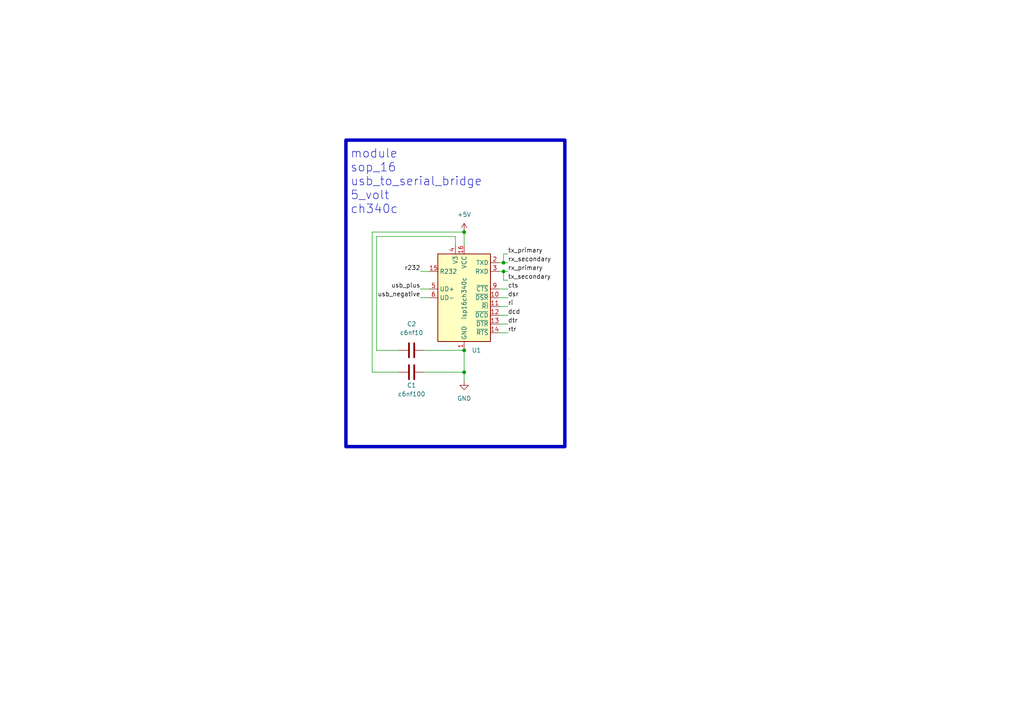
<source format=kicad_sch>
(kicad_sch (version 20230121) (generator eeschema)
  (paper "A4")
  (lib_symbols
    (symbol "oomlout_oomp_part_symbols:c6nf100_electronic_capacitor_0603_100_nano_farad" (pin_numbers hide) (pin_names (offset 0.254))
      (property "Reference" "C" (at 0.635 2.54 0))
      (property "Value" "c6nf100_electronic_capacitor_0603_100_nano_farad" (at 0.635 -2.54 0))
      (symbol "c6nf100_electronic_capacitor_0603_100_nano_farad_0_1"
        (polyline (pts (xy -2.032 -0.762) (xy 2.032 -0.762)) (stroke (width 0.508)))
        (polyline (pts (xy -2.032 0.762) (xy 2.032 0.762)) (stroke (width 0.508)))
      )
      (symbol "c6nf100_electronic_capacitor_0603_100_nano_farad_1_1"
        (pin passive line (at 0 3.81 270) (length 2.794) (name "~") (number "1"))
        (pin passive line (at 0 -3.81 90) (length 2.794) (name "~") (number "2"))
      )
    )
    (symbol "oomlout_oomp_part_symbols:c6nf10_electronic_capacitor_0603_10_nano_farad" (pin_numbers hide) (pin_names (offset 0.254))
      (property "Reference" "C" (at 0.635 2.54 0))
      (property "Value" "c6nf10_electronic_capacitor_0603_10_nano_farad" (at 0.635 -2.54 0))
      (symbol "c6nf10_electronic_capacitor_0603_10_nano_farad_0_1"
        (polyline (pts (xy -2.032 -0.762) (xy 2.032 -0.762)) (stroke (width 0.508)))
        (polyline (pts (xy -2.032 0.762) (xy 2.032 0.762)) (stroke (width 0.508)))
      )
      (symbol "c6nf10_electronic_capacitor_0603_10_nano_farad_1_1"
        (pin passive line (at 0 3.81 270) (length 2.794) (name "~") (number "1"))
        (pin passive line (at 0 -3.81 90) (length 2.794) (name "~") (number "2"))
      )
    )
    (symbol "oomlout_oomp_part_symbols:isp16ch340c_electronic_ic_sop_16_converter_usb_to_serial_converter_wch_ch340c"
      (property "Reference" "U" (at -5.08 13.97 0))
      (property "Value" "isp16ch340c_electronic_ic_sop_16_converter_usb_to_serial_converter_wch_ch340c" (at 1.27 13.97 0))
      (symbol "isp16ch340c_electronic_ic_sop_16_converter_usb_to_serial_converter_wch_ch340c_0_1"
        (rectangle (start -7.62 12.7) (end 7.62 -12.7) (stroke (width 0.254)) (fill (type background)))
      )
      (symbol "isp16ch340c_electronic_ic_sop_16_converter_usb_to_serial_converter_wch_ch340c_1_1"
        (pin power_in line (at 0 -15.24 90) (length 2.54) (name "GND") (number "1"))
        (pin input line (at 10.16 0 180) (length 2.54) (name "~{DSR}") (number "10"))
        (pin input line (at 10.16 -2.54 180) (length 2.54) (name "~{RI}") (number "11"))
        (pin input line (at 10.16 -5.08 180) (length 2.54) (name "~{DCD}") (number "12"))
        (pin output line (at 10.16 -7.62 180) (length 2.54) (name "~{DTR}") (number "13"))
        (pin output line (at 10.16 -10.16 180) (length 2.54) (name "~{RTS}") (number "14"))
        (pin input line (at -10.16 7.62 0) (length 2.54) (name "R232") (number "15"))
        (pin power_in line (at 0 15.24 270) (length 2.54) (name "VCC") (number "16"))
        (pin output line (at 10.16 10.16 180) (length 2.54) (name "TXD") (number "2"))
        (pin input line (at 10.16 7.62 180) (length 2.54) (name "RXD") (number "3"))
        (pin passive line (at -2.54 15.24 270) (length 2.54) (name "V3") (number "4"))
        (pin bidirectional line (at -10.16 2.54 0) (length 2.54) (name "UD+") (number "5"))
        (pin bidirectional line (at -10.16 0 0) (length 2.54) (name "UD-") (number "6"))
        (pin no_connect line (at -7.62 -7.62 0) (length 2.54) hide (name "NC") (number "7"))
        (pin no_connect line (at -7.62 -10.16 0) (length 2.54) hide (name "NC") (number "8"))
        (pin input line (at 10.16 2.54 180) (length 2.54) (name "~{CTS}") (number "9"))
      )
    )
    (symbol "power:+5V" (power) (pin_names (offset 0))
      (property "Value" "+5V" (at 0 3.556 0))
      (symbol "+5V_0_1"
        (polyline (pts (xy -0.762 1.27) (xy 0 2.54)))
        (polyline (pts (xy 0 0) (xy 0 2.54)))
        (polyline (pts (xy 0 2.54) (xy 0.762 1.27)))
      )
      (symbol "+5V_1_1"
        (pin power_in line (at 0 0 90) (length 0) hide (name "+5V") (number "1"))
      )
    )
    (symbol "power:GND" (power) (pin_names (offset 0))
      (property "Value" "GND" (at 0 -3.81 0))
      (symbol "GND_0_1"
        (polyline (pts (xy 0 0) (xy 0 -1.27) (xy 1.27 -1.27) (xy 0 -2.54) (xy -1.27 -1.27) (xy 0 -1.27)))
      )
      (symbol "GND_1_1"
        (pin power_in line (at 0 0 270) (length 0) hide (name "GND") (number "1"))
      )
    )
  )
  (junction (at 134.62 107.95))
  (junction (at 146.05 76.2))
  (junction (at 146.05 78.74))
  (junction (at 134.62 67.31))
  (junction (at 134.62 101.6))
  (wire (pts (xy 146.05 73.66) (xy 146.05 76.2)))
  (wire (pts (xy 123.19 107.95) (xy 134.62 107.95)))
  (wire (pts (xy 144.78 96.52) (xy 147.32 96.52)))
  (wire (pts (xy 134.62 107.95) (xy 134.62 110.49)))
  (wire (pts (xy 123.19 101.6) (xy 134.62 101.6)))
  (wire (pts (xy 144.78 83.82) (xy 147.32 83.82)))
  (wire (pts (xy 107.95 67.31) (xy 134.62 67.31)))
  (wire (pts (xy 146.05 76.2) (xy 147.32 76.2)))
  (wire (pts (xy 147.32 81.28) (xy 146.05 81.28)))
  (wire (pts (xy 132.08 71.12) (xy 132.08 68.58)))
  (wire (pts (xy 107.95 107.95) (xy 107.95 67.31)))
  (wire (pts (xy 147.32 73.66) (xy 146.05 73.66)))
  (wire (pts (xy 134.62 101.6) (xy 134.62 107.95)))
  (wire (pts (xy 144.78 86.36) (xy 147.32 86.36)))
  (wire (pts (xy 109.22 101.6) (xy 115.57 101.6)))
  (wire (pts (xy 144.78 78.74) (xy 146.05 78.74)))
  (wire (pts (xy 144.78 88.9) (xy 147.32 88.9)))
  (wire (pts (xy 121.92 83.82) (xy 124.46 83.82)))
  (wire (pts (xy 146.05 81.28) (xy 146.05 78.74)))
  (wire (pts (xy 146.05 78.74) (xy 147.32 78.74)))
  (wire (pts (xy 144.78 91.44) (xy 147.32 91.44)))
  (wire (pts (xy 134.62 67.31) (xy 134.62 71.12)))
  (wire (pts (xy 132.08 68.58) (xy 109.22 68.58)))
  (wire (pts (xy 121.92 78.74) (xy 124.46 78.74)))
  (wire (pts (xy 144.78 93.98) (xy 147.32 93.98)))
  (wire (pts (xy 121.92 86.36) (xy 124.46 86.36)))
  (wire (pts (xy 109.22 68.58) (xy 109.22 101.6)))
  (wire (pts (xy 115.57 107.95) (xy 107.95 107.95)))
  (wire (pts (xy 146.05 76.2) (xy 144.78 76.2)))
  (rectangle (start 100.33 40.64) (end 163.83 129.54) (stroke (width 1)))
  (rectangle (start 165.1 104.14) (end 165.1 104.14))
  (text "module\nsop_16\nusb_to_serial_bridge\n5_volt\nch340c\n" (at 101.6 62.23 0) (effects (font (size 2.5 2.5)) (justify left bottom)))
  (label "dtr" (at 147.32 93.98 0))
  (label "rtr" (at 147.32 96.52 0))
  (label "dcd" (at 147.32 91.44 0))
  (label "cts" (at 147.32 83.82 0))
  (label "r232" (at 121.92 78.74 180))
  (label "usb_plus" (at 121.92 83.82 180))
  (label "tx_secondary" (at 147.32 81.28 0))
  (label "rx_primary" (at 147.32 78.74 0))
  (label "dsr" (at 147.32 86.36 0))
  (label "rx_secondary" (at 147.32 76.2 0))
  (label "usb_negative" (at 121.92 86.36 180))
  (label "ri" (at 147.32 88.9 0))
  (label "tx_primary" (at 147.32 73.66 0))
  (symbol (lib_id "power:GND") (at 134.62 110.49 0) (unit 1)
    (property "Reference" "#PWR02" (effects hide))
    (property "Value" "GND" (at 134.62 115.57 0))
  )
  (symbol (lib_id "oomlout_oomp_part_symbols:c6nf100_electronic_capacitor_0603_100_nano_farad") (at 119.38 107.95 90) (unit 1)
    (property "Reference" "C1" (at 119.38 111.76 90))
    (property "Value" "c6nf100" (at 119.38 114.3 90))
    (property "Footprint" "c6nf100_electronic_capacitor_0603_100_nano_farad" (effects hide))
    (property "Datasheet" "https://github.com/oomlout/oomlout_oomp_v3/parts/electronic_capacitor_0603_100_nano_farad/datasheet.pdf" (effects hide))
  )
  (symbol (lib_id "oomlout_oomp_part_symbols:c6nf10_electronic_capacitor_0603_10_nano_farad") (at 119.38 101.6 90) (unit 1)
    (property "Reference" "C2" (at 119.38 93.98 90))
    (property "Value" "c6nf10" (at 119.38 96.52 90))
    (property "Footprint" "c6nf10_electronic_capacitor_0603_10_nano_farad" (effects hide))
    (property "Datasheet" "https://github.com/oomlout/oomlout_oomp_v3/parts/electronic_capacitor_0603_10_nano_farad/datasheet.pdf" (effects hide))
  )
  (symbol (lib_id "power:+5V") (at 134.62 67.31 0) (unit 1)
    (property "Reference" "#PWR04" (effects hide))
    (property "Value" "+5V" (at 134.62 62.23 0))
  )
  (symbol (lib_id "oomlout_oomp_part_symbols:isp16ch340c_electronic_ic_sop_16_converter_usb_to_serial_converter_wch_ch340c") (at 134.62 86.36 0) (unit 1)
    (property "Reference" "U1" (at 136.8141 101.6 0) (effects (justify left)))
    (property "Value" "isp16ch340c" (at 134.62 92.71 90) (effects (justify left)))
    (property "Footprint" "isp16ch340c_electronic_ic_sop_16_converter_usb_to_serial_converter_wch_ch340c" (effects hide))
    (property "Datasheet" "https://github.com/oomlout/oomlout_oomp_v3/parts/electronic_ic_sop_16_converter_usb_to_serial_converter_wch_ch340c/datasheet.pdf" (effects hide))
  )
)
</source>
